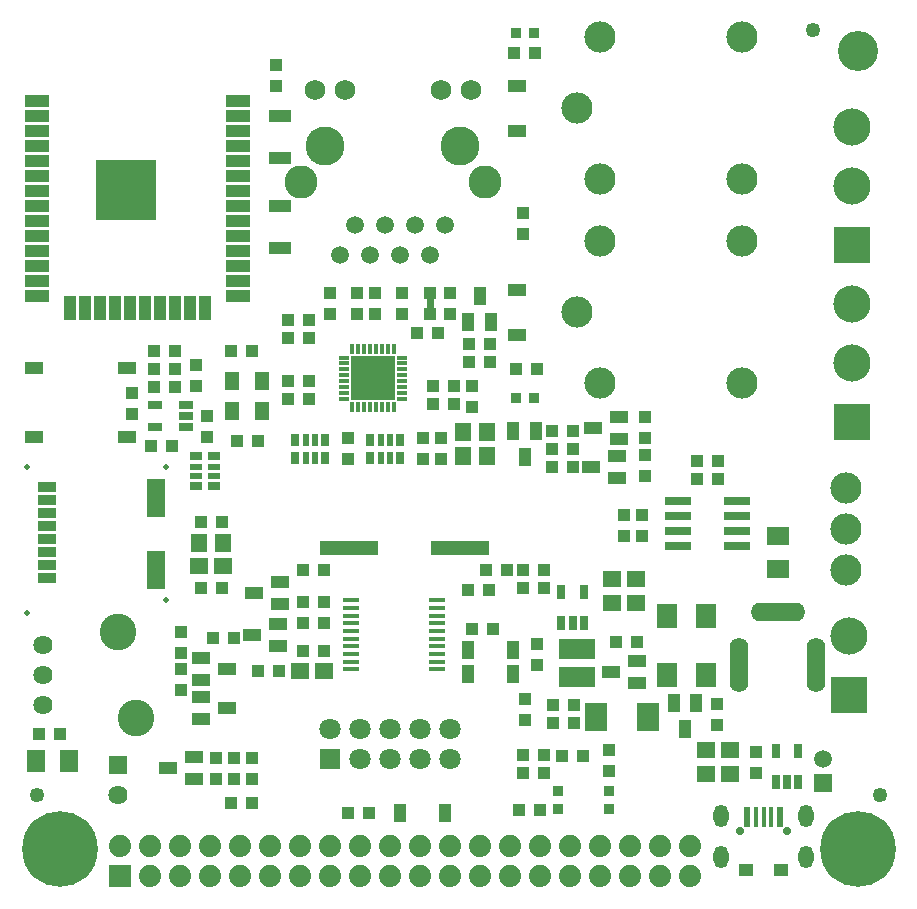
<source format=gbr>
G04 #@! TF.GenerationSoftware,KiCad,Pcbnew,5.1.0-rc2-unknown-036be7d~80~ubuntu16.04.1*
G04 #@! TF.CreationDate,2019-04-19T14:17:20+03:00*
G04 #@! TF.ProjectId,ESP32-EVB_Rev_H,45535033-322d-4455-9642-5f5265765f48,H*
G04 #@! TF.SameCoordinates,Original*
G04 #@! TF.FileFunction,Soldermask,Top*
G04 #@! TF.FilePolarity,Negative*
%FSLAX46Y46*%
G04 Gerber Fmt 4.6, Leading zero omitted, Abs format (unit mm)*
G04 Created by KiCad (PCBNEW 5.1.0-rc2-unknown-036be7d~80~ubuntu16.04.1) date 2019-04-19 14:17:20*
%MOMM*%
%LPD*%
G04 APERTURE LIST*
%ADD10C,0.609600*%
%ADD11R,1.301600X1.501600*%
%ADD12R,1.117600X1.117600*%
%ADD13R,0.601600X1.751600*%
%ADD14R,0.426600X1.751600*%
%ADD15C,0.701600*%
%ADD16R,1.201600X1.101600*%
%ADD17O,1.301600X1.901600*%
%ADD18R,1.501600X1.501600*%
%ADD19C,1.501600*%
%ADD20R,1.625600X1.371600*%
%ADD21R,1.625600X1.117600*%
%ADD22C,1.254000*%
%ADD23C,3.301600*%
%ADD24C,1.751600*%
%ADD25C,2.801600*%
%ADD26C,1.511600*%
%ADD27R,1.879600X2.387600*%
%ADD28R,1.501600X1.101600*%
%ADD29R,1.625600X1.879600*%
%ADD30R,1.879600X1.625600*%
%ADD31R,4.927600X1.201600*%
%ADD32R,1.801600X2.101600*%
%ADD33R,1.879600X1.117600*%
%ADD34C,1.879600*%
%ADD35R,1.879600X1.879600*%
%ADD36C,1.301600*%
%ADD37C,6.401600*%
%ADD38R,0.901600X0.901600*%
%ADD39R,3.149600X3.149600*%
%ADD40C,3.149600*%
%ADD41O,4.601600X1.601600*%
%ADD42O,1.601600X4.601600*%
%ADD43R,1.371600X1.625600*%
%ADD44C,3.401600*%
%ADD45C,2.641600*%
%ADD46C,1.801600*%
%ADD47R,1.801600X1.801600*%
%ADD48R,1.601600X3.201600*%
%ADD49C,0.501600*%
%ADD50R,1.601600X0.901600*%
%ADD51R,3.701600X3.701600*%
%ADD52R,0.501600X0.501600*%
%ADD53R,1.524000X1.524000*%
%ADD54R,0.351600X0.901600*%
%ADD55R,0.901600X0.351600*%
%ADD56R,1.625600X1.625600*%
%ADD57C,1.625600*%
%ADD58C,3.101600*%
%ADD59R,1.371600X0.426600*%
%ADD60R,2.301600X0.701600*%
%ADD61R,2.101600X1.001600*%
%ADD62R,1.001600X2.101600*%
%ADD63R,5.101600X5.101600*%
%ADD64C,2.101600*%
%ADD65R,1.117600X0.482600*%
%ADD66R,1.117600X0.736600*%
%ADD67R,0.482600X1.117600*%
%ADD68R,0.736600X1.117600*%
%ADD69R,0.651600X1.301600*%
%ADD70R,1.101600X1.501600*%
%ADD71R,1.301600X0.651600*%
%ADD72R,3.101600X1.701600*%
G04 APERTURE END LIST*
D10*
X104775000Y-92194000D02*
X104775000Y-91194000D01*
D11*
X88011000Y-100838000D03*
X88011000Y-98298000D03*
X90551000Y-98298000D03*
X90551000Y-100838000D03*
D12*
X85344000Y-115824000D03*
X87122000Y-115824000D03*
D13*
X131612500Y-135153000D03*
D14*
X132350000Y-135153000D03*
X133000000Y-135153000D03*
X133650000Y-135153000D03*
D13*
X134387500Y-135153000D03*
D15*
X131000000Y-136403000D03*
X135000000Y-136403000D03*
D16*
X131500000Y-139703000D03*
X134500000Y-139703000D03*
D17*
X129400000Y-138553000D03*
X129400000Y-135083000D03*
X136600000Y-135083000D03*
X136600000Y-138553000D03*
D18*
X138046460Y-132326380D03*
D19*
X138043920Y-130314700D03*
D20*
X130175000Y-131572000D03*
X130175000Y-129540000D03*
D21*
X71247000Y-102997000D03*
X79121000Y-102997000D03*
X71247000Y-97155000D03*
X79121000Y-97155000D03*
D22*
X142875000Y-133350000D03*
D23*
X95885000Y-78359000D03*
X107315000Y-78359000D03*
D24*
X105670000Y-73610500D03*
X94990000Y-73610500D03*
D25*
X93800000Y-81409000D03*
X109400000Y-81409000D03*
D24*
X108210000Y-73610500D03*
X97530000Y-73610500D03*
D26*
X97165000Y-87599000D03*
X98435000Y-85059000D03*
X99705000Y-87599000D03*
X100975000Y-85059000D03*
X102245000Y-87599000D03*
X103515000Y-85059000D03*
X104785000Y-87599000D03*
X106055000Y-85059000D03*
D12*
X104775000Y-92583000D03*
X104775000Y-90805000D03*
D27*
X118854000Y-126746000D03*
X123208000Y-126746000D03*
D12*
X83693000Y-121285000D03*
X83693000Y-119507000D03*
X83693000Y-124460000D03*
X83693000Y-122682000D03*
D28*
X87587000Y-122682000D03*
X85387000Y-123632000D03*
X85387000Y-121732000D03*
X87587000Y-125984000D03*
X85387000Y-126934000D03*
X85387000Y-125034000D03*
D12*
X86360000Y-120015000D03*
X88138000Y-120015000D03*
D20*
X120142000Y-115062000D03*
X120142000Y-117094000D03*
X122174000Y-115062000D03*
X122174000Y-117094000D03*
D12*
X112649000Y-114300000D03*
X114427000Y-114300000D03*
X112649000Y-115824000D03*
X114427000Y-115824000D03*
X119888000Y-129540000D03*
X119888000Y-131318000D03*
X86614000Y-131953000D03*
X86614000Y-130175000D03*
X88138000Y-131953000D03*
X88138000Y-130175000D03*
X84963000Y-96901000D03*
X84963000Y-98679000D03*
D29*
X74168000Y-130429000D03*
X71374000Y-130429000D03*
D12*
X127381000Y-105029000D03*
X129159000Y-105029000D03*
X127381000Y-106553000D03*
X129159000Y-106553000D03*
D30*
X134239000Y-111379000D03*
X134239000Y-114173000D03*
D12*
X83185000Y-98806000D03*
X81407000Y-98806000D03*
X81407000Y-97282000D03*
X83185000Y-97282000D03*
X93980000Y-118745000D03*
X95758000Y-118745000D03*
X129032000Y-127381000D03*
X129032000Y-125603000D03*
D31*
X97917000Y-112395000D03*
X107315000Y-112395000D03*
D32*
X128143000Y-123150000D03*
X128143000Y-118150000D03*
D12*
X79502000Y-99314000D03*
X79502000Y-101092000D03*
X73406000Y-128143000D03*
X71628000Y-128143000D03*
X122682000Y-111379000D03*
X122682000Y-109601000D03*
X121158000Y-111379000D03*
X121158000Y-109601000D03*
X110109000Y-119253000D03*
X108331000Y-119253000D03*
X93980000Y-121158000D03*
X95758000Y-121158000D03*
X111252000Y-114300000D03*
X109474000Y-114300000D03*
X93980000Y-114300000D03*
X95758000Y-114300000D03*
D33*
X92075000Y-75819000D03*
X92075000Y-79375000D03*
X92075000Y-86995000D03*
X92075000Y-83439000D03*
D12*
X85344000Y-110236000D03*
X87122000Y-110236000D03*
D34*
X101346000Y-137668000D03*
X101346000Y-140208000D03*
X98806000Y-137668000D03*
X98806000Y-140208000D03*
X96266000Y-137668000D03*
X96266000Y-140208000D03*
X93726000Y-137668000D03*
X93726000Y-140208000D03*
X91186000Y-137668000D03*
X91186000Y-140208000D03*
X81026000Y-137668000D03*
X81026000Y-140208000D03*
X78486000Y-137668000D03*
D35*
X78486000Y-140208000D03*
D34*
X83566000Y-140208000D03*
X83566000Y-137668000D03*
X86106000Y-137668000D03*
X86106000Y-140208000D03*
X88646000Y-140208000D03*
X88646000Y-137668000D03*
X114046000Y-137668000D03*
X114046000Y-140208000D03*
X111506000Y-140208000D03*
X111506000Y-137668000D03*
X108966000Y-137668000D03*
X108966000Y-140208000D03*
X103886000Y-140208000D03*
X103886000Y-137668000D03*
X106426000Y-140208000D03*
X106426000Y-137668000D03*
X116586000Y-140208000D03*
X116586000Y-137668000D03*
X119126000Y-140208000D03*
X119126000Y-137668000D03*
X121666000Y-140208000D03*
X121666000Y-137668000D03*
X124206000Y-140208000D03*
X124206000Y-137668000D03*
X126746000Y-140208000D03*
X126746000Y-137668000D03*
D36*
X70993000Y-137922000D03*
X75819000Y-137922000D03*
X75057000Y-139573000D03*
X71755000Y-139700000D03*
X75057000Y-136271000D03*
X71755000Y-136271000D03*
X73406000Y-140335000D03*
X73406000Y-135509000D03*
D37*
X73406000Y-137922000D03*
D36*
X138557000Y-137922000D03*
X143383000Y-137922000D03*
X142621000Y-139573000D03*
X139319000Y-139700000D03*
X142621000Y-136271000D03*
X139319000Y-136271000D03*
X140970000Y-140335000D03*
X140970000Y-135509000D03*
D37*
X140970000Y-137922000D03*
D12*
X93980000Y-116967000D03*
X95758000Y-116967000D03*
X113792000Y-122301000D03*
X113792000Y-120523000D03*
X92710000Y-93091000D03*
X94488000Y-93091000D03*
X106807000Y-100203000D03*
X105029000Y-100203000D03*
X89662000Y-95758000D03*
X87884000Y-95758000D03*
X107950000Y-115951000D03*
X109728000Y-115951000D03*
X90170000Y-103378000D03*
X88392000Y-103378000D03*
X100076000Y-92583000D03*
X100076000Y-90805000D03*
X102362000Y-92583000D03*
X102362000Y-90805000D03*
X96266000Y-92583000D03*
X96266000Y-90805000D03*
X98552000Y-92583000D03*
X98552000Y-90805000D03*
X112649000Y-85852000D03*
X112649000Y-84074000D03*
X91694000Y-71501000D03*
X91694000Y-73279000D03*
X85852000Y-101219000D03*
X85852000Y-102997000D03*
X97790000Y-134874000D03*
X99568000Y-134874000D03*
X112776000Y-127000000D03*
X112776000Y-125222000D03*
X89662000Y-130175000D03*
X89662000Y-131953000D03*
X89662000Y-133985000D03*
X87884000Y-133985000D03*
X122301000Y-120396000D03*
X120523000Y-120396000D03*
X81153000Y-103759000D03*
X82931000Y-103759000D03*
X83185000Y-95758000D03*
X81407000Y-95758000D03*
X111887000Y-70485000D03*
X113665000Y-70485000D03*
X108077000Y-95123000D03*
X109855000Y-95123000D03*
X108077000Y-96647000D03*
X109855000Y-96647000D03*
X112014000Y-97282000D03*
X113792000Y-97282000D03*
X122936000Y-103124000D03*
X122936000Y-101346000D03*
X122936000Y-104521000D03*
X122936000Y-106299000D03*
D38*
X119888000Y-132969000D03*
X119888000Y-134493000D03*
D39*
X140208000Y-124895000D03*
D40*
X140208000Y-119895000D03*
D41*
X134237000Y-117869000D03*
D42*
X137437000Y-122319000D03*
X130937000Y-122319000D03*
D38*
X113538000Y-68834000D03*
X112014000Y-68834000D03*
X113538000Y-99695000D03*
X112014000Y-99695000D03*
D32*
X124841000Y-118150000D03*
X124841000Y-123150000D03*
D40*
X140500000Y-76774000D03*
D39*
X140500000Y-86774000D03*
D40*
X140500000Y-81774000D03*
X140500000Y-91774000D03*
D39*
X140500000Y-101774000D03*
D40*
X140500000Y-96774000D03*
D12*
X105029000Y-98679000D03*
X106807000Y-98679000D03*
X92710000Y-98298000D03*
X94488000Y-98298000D03*
X92710000Y-99822000D03*
X94488000Y-99822000D03*
X92710000Y-94615000D03*
X94488000Y-94615000D03*
X105410000Y-94234000D03*
X103632000Y-94234000D03*
X97790000Y-104902000D03*
X97790000Y-103124000D03*
X108331000Y-98679000D03*
X108331000Y-100457000D03*
X106426000Y-92583000D03*
X106426000Y-90805000D03*
D43*
X87249000Y-112014000D03*
X85217000Y-112014000D03*
D12*
X104140000Y-103124000D03*
X104140000Y-104902000D03*
X105664000Y-103124000D03*
X105664000Y-104902000D03*
X116967000Y-127254000D03*
X115189000Y-127254000D03*
X116967000Y-125730000D03*
X115189000Y-125730000D03*
X91948000Y-122809000D03*
X90170000Y-122809000D03*
D20*
X128143000Y-131572000D03*
X128143000Y-129540000D03*
D44*
X140970000Y-70358000D03*
D45*
X117176000Y-92456000D03*
X131176000Y-98456000D03*
X131176000Y-86456000D03*
X119176000Y-86456000D03*
X119176000Y-98456000D03*
X117176000Y-75184000D03*
X131176000Y-81184000D03*
X131176000Y-69184000D03*
X119176000Y-69184000D03*
X119176000Y-81184000D03*
D46*
X106426000Y-127762000D03*
X106426000Y-130302000D03*
X103886000Y-127762000D03*
X103886000Y-130302000D03*
X101346000Y-127762000D03*
X101346000Y-130302000D03*
X98806000Y-127762000D03*
X98806000Y-130302000D03*
X96266000Y-127762000D03*
D47*
X96266000Y-130302000D03*
D45*
X140000000Y-114315000D03*
X140000000Y-107315000D03*
X140000000Y-110815000D03*
D48*
X81577000Y-114275000D03*
X81577000Y-108215000D03*
D49*
X70607000Y-105585000D03*
X82407000Y-105585000D03*
X82407000Y-116855000D03*
X70607000Y-117945000D03*
D50*
X72327000Y-107275000D03*
X72327000Y-108375000D03*
X72327000Y-109475000D03*
X72327000Y-110575000D03*
X72327000Y-111675000D03*
X72327000Y-112775000D03*
X72327000Y-113875000D03*
X72327000Y-114975000D03*
D51*
X99949000Y-98044000D03*
D52*
X101249000Y-97544000D03*
X101249000Y-98544000D03*
X100449000Y-99344000D03*
X99449000Y-99344000D03*
X98649000Y-98544000D03*
X98649000Y-97544000D03*
X99449000Y-96744000D03*
X100449000Y-96744000D03*
D53*
X99949000Y-98044000D03*
D54*
X98199000Y-95594000D03*
X98699000Y-95594000D03*
X99199000Y-95594000D03*
X99699000Y-95594000D03*
X100199000Y-95594000D03*
X100699000Y-95594000D03*
X101199000Y-95594000D03*
X101699000Y-95594000D03*
D55*
X102399000Y-96294000D03*
X102399000Y-96794000D03*
X102399000Y-97294000D03*
X102399000Y-97794000D03*
X102399000Y-98294000D03*
X102399000Y-98794000D03*
X102399000Y-99294000D03*
X102399000Y-99794000D03*
D54*
X101699000Y-100494000D03*
X101199000Y-100494000D03*
X100699000Y-100494000D03*
X100199000Y-100494000D03*
X99699000Y-100494000D03*
X99199000Y-100494000D03*
X98699000Y-100494000D03*
X98199000Y-100494000D03*
D55*
X97499000Y-99794000D03*
X97499000Y-99294000D03*
X97499000Y-98794000D03*
X97499000Y-98294000D03*
X97499000Y-97794000D03*
X97499000Y-97294000D03*
X97499000Y-96794000D03*
X97499000Y-96294000D03*
D56*
X78359000Y-130810000D03*
D57*
X78359000Y-133350000D03*
D58*
X79909000Y-126840000D03*
X78309000Y-119540000D03*
D57*
X72009000Y-125730000D03*
X72009000Y-123190000D03*
X72009000Y-120650000D03*
D59*
X105346500Y-122686000D03*
X105346500Y-122036000D03*
X105346500Y-121386000D03*
X105346500Y-120736000D03*
X105346500Y-120086000D03*
X105346500Y-119436000D03*
X105346500Y-118786000D03*
X105346500Y-118136000D03*
X105346500Y-117486000D03*
X105346500Y-116836000D03*
X98107500Y-116836000D03*
X98107500Y-117486000D03*
X98107500Y-118136000D03*
X98107500Y-118786000D03*
X98107500Y-119436000D03*
X98107500Y-120086000D03*
X98107500Y-120736000D03*
X98107500Y-121386000D03*
X98107500Y-122036000D03*
X98107500Y-122686000D03*
D60*
X130770000Y-108458000D03*
X130770000Y-109728000D03*
X130770000Y-110998000D03*
X130770000Y-112268000D03*
X125770000Y-112268000D03*
X125770000Y-110998000D03*
X125770000Y-109728000D03*
X125770000Y-108458000D03*
D22*
X71501000Y-133350000D03*
X137160000Y-68580000D03*
D61*
X71510000Y-74573000D03*
X71510000Y-75843000D03*
X71510000Y-77113000D03*
X71510000Y-78383000D03*
X71510000Y-79653000D03*
X71510000Y-80923000D03*
X71510000Y-82193000D03*
X71510000Y-83463000D03*
X71510000Y-84733000D03*
X71510000Y-86003000D03*
X71510000Y-87273000D03*
X71510000Y-88543000D03*
X71510000Y-89813000D03*
X71510000Y-91083000D03*
D62*
X74310000Y-92083000D03*
X75580000Y-92083000D03*
X76850000Y-92083000D03*
X78120000Y-92083000D03*
X79390000Y-92083000D03*
X80660000Y-92083000D03*
X81930000Y-92083000D03*
X83200000Y-92083000D03*
X84470000Y-92083000D03*
X85740000Y-92083000D03*
D61*
X88510000Y-91083000D03*
X88510000Y-89813000D03*
X88510000Y-88543000D03*
X88510000Y-87273000D03*
X88510000Y-86003000D03*
X88510000Y-84733000D03*
X88510000Y-83463000D03*
X88510000Y-82193000D03*
X88510000Y-80923000D03*
X88510000Y-79653000D03*
X88510000Y-78383000D03*
X88510000Y-77113000D03*
X88510000Y-75843000D03*
X88510000Y-74573000D03*
D63*
X79010000Y-82083000D03*
D64*
X79010000Y-82083000D03*
D65*
X84963000Y-106299000D03*
X84963000Y-105537000D03*
X86487000Y-106299000D03*
X86487000Y-105537000D03*
D66*
X84963000Y-107188000D03*
X86487000Y-107188000D03*
X84963000Y-104648000D03*
X86487000Y-104648000D03*
D67*
X94996000Y-104775000D03*
X94234000Y-104775000D03*
X94996000Y-103251000D03*
X94234000Y-103251000D03*
D68*
X95885000Y-104775000D03*
X95885000Y-103251000D03*
X93345000Y-104775000D03*
X93345000Y-103251000D03*
D67*
X100584000Y-103251000D03*
X101346000Y-103251000D03*
X100584000Y-104775000D03*
X101346000Y-104775000D03*
D68*
X99695000Y-103251000D03*
X99695000Y-104775000D03*
X102235000Y-103251000D03*
X102235000Y-104775000D03*
D69*
X115890000Y-118775000D03*
X116840000Y-118775000D03*
X117790000Y-118775000D03*
X115890000Y-116175000D03*
X117790000Y-116175000D03*
D28*
X120741440Y-103184960D03*
X120741440Y-101282500D03*
X118531640Y-102237540D03*
X92039440Y-117154960D03*
X92039440Y-115252500D03*
X89829640Y-116207540D03*
X91912440Y-120710960D03*
X91912440Y-118808500D03*
X89702640Y-119763540D03*
X84800440Y-132013960D03*
X84800440Y-130111500D03*
X82590640Y-131066540D03*
D70*
X108016040Y-93309440D03*
X109918500Y-93309440D03*
X108963460Y-91099640D03*
D28*
X112141000Y-73284000D03*
X112141000Y-77084000D03*
X112141000Y-90556000D03*
X112141000Y-94356000D03*
D70*
X106040000Y-134874000D03*
X102240000Y-134874000D03*
X127314960Y-125511560D03*
X125412500Y-125511560D03*
X126367540Y-127721360D03*
D28*
X122265440Y-123885960D03*
X122265440Y-121983500D03*
X120055640Y-122938540D03*
D71*
X84104000Y-102169000D03*
X84104000Y-101219000D03*
X84104000Y-100269000D03*
X81504000Y-102169000D03*
X81504000Y-100269000D03*
D20*
X87249000Y-113919000D03*
X85217000Y-113919000D03*
D43*
X107569000Y-104648000D03*
X107569000Y-102616000D03*
D20*
X95758000Y-122809000D03*
X93726000Y-122809000D03*
D72*
X117221000Y-123374000D03*
X117221000Y-120974000D03*
D12*
X115062000Y-102489000D03*
X116840000Y-102489000D03*
D70*
X113725960Y-102524560D03*
X111823500Y-102524560D03*
X112778540Y-104734360D03*
D28*
X120614440Y-106486960D03*
X120614440Y-104584500D03*
X118404640Y-105539540D03*
D43*
X109601000Y-102616000D03*
X109601000Y-104648000D03*
D12*
X115062000Y-105537000D03*
X116840000Y-105537000D03*
X115062000Y-104013000D03*
X116840000Y-104013000D03*
D38*
X115570000Y-132969000D03*
X115570000Y-134493000D03*
D12*
X115951000Y-130048000D03*
X117729000Y-130048000D03*
D69*
X134051000Y-132237000D03*
X135001000Y-132237000D03*
X135951000Y-132237000D03*
X134051000Y-129637000D03*
X135951000Y-129637000D03*
D12*
X132334000Y-129667000D03*
X132334000Y-131445000D03*
X112268000Y-134620000D03*
X114046000Y-134620000D03*
D70*
X111755000Y-123063000D03*
X107955000Y-123063000D03*
X107955000Y-121031000D03*
X111755000Y-121031000D03*
D12*
X112649000Y-131445000D03*
X114427000Y-131445000D03*
X112649000Y-129921000D03*
X114427000Y-129921000D03*
M02*

</source>
